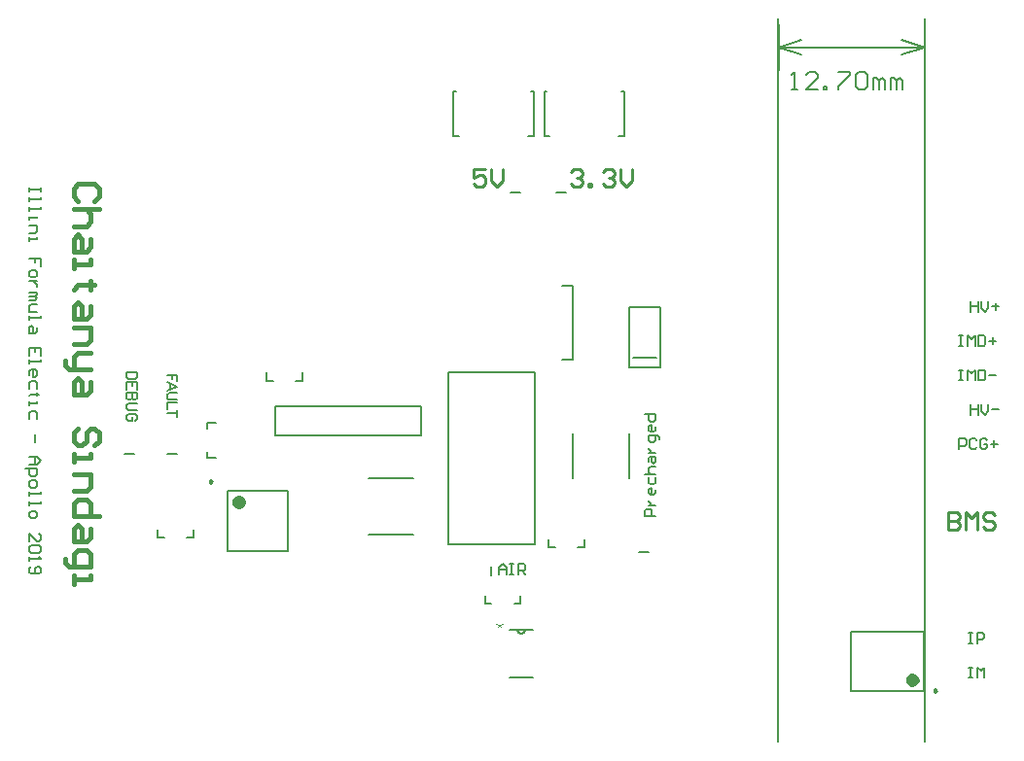
<source format=gto>
G04*
G04 #@! TF.GenerationSoftware,Altium Limited,Altium Designer,19.0.15 (446)*
G04*
G04 Layer_Color=65535*
%FSLAX25Y25*%
%MOIN*%
G70*
G01*
G75*
%ADD10C,0.02362*%
%ADD11C,0.00984*%
%ADD12C,0.00600*%
%ADD13C,0.00591*%
%ADD14C,0.00787*%
%ADD15C,0.00800*%
%ADD16C,0.00500*%
%ADD17C,0.01575*%
%ADD18C,0.01000*%
G36*
X-70863Y-82626D02*
X-70835Y-82640D01*
X-70806Y-82669D01*
X-70799Y-82676D01*
X-70784Y-82705D01*
X-70770Y-82748D01*
X-70763Y-82812D01*
Y-83773D01*
X-69852Y-83472D01*
X-69845Y-83465D01*
X-69817Y-83457D01*
X-69788Y-83450D01*
X-69752D01*
X-69731Y-83457D01*
X-69702Y-83465D01*
X-69666Y-83493D01*
X-69659Y-83500D01*
X-69644Y-83515D01*
X-69630Y-83551D01*
X-69623Y-83587D01*
Y-83594D01*
Y-83615D01*
X-69637Y-83644D01*
X-69652Y-83680D01*
X-69659Y-83687D01*
X-69673Y-83701D01*
X-69709Y-83715D01*
X-69766Y-83737D01*
X-70677Y-84038D01*
X-70118Y-84812D01*
X-70111Y-84827D01*
X-70089Y-84856D01*
X-70068Y-84899D01*
X-70060Y-84934D01*
Y-84942D01*
X-70068Y-84970D01*
X-70075Y-84999D01*
X-70103Y-85035D01*
X-70111Y-85042D01*
X-70132Y-85056D01*
X-70161Y-85071D01*
X-70204Y-85078D01*
X-70218D01*
X-70247Y-85063D01*
X-70290Y-85035D01*
X-70319Y-85013D01*
X-70340Y-84977D01*
X-70906Y-84203D01*
X-71473Y-84977D01*
Y-84985D01*
X-71487Y-84992D01*
X-71516Y-85028D01*
X-71559Y-85063D01*
X-71580Y-85071D01*
X-71609Y-85078D01*
X-71616D01*
X-71645Y-85071D01*
X-71674Y-85056D01*
X-71710Y-85035D01*
X-71717Y-85028D01*
X-71731Y-85006D01*
X-71745Y-84977D01*
X-71753Y-84934D01*
Y-84927D01*
X-71745Y-84906D01*
X-71731Y-84863D01*
X-71695Y-84812D01*
X-71129Y-84038D01*
X-72047Y-83730D01*
X-72061Y-83723D01*
X-72089Y-83715D01*
X-72132Y-83694D01*
X-72161Y-83672D01*
Y-83665D01*
X-72168Y-83651D01*
X-72176Y-83622D01*
X-72183Y-83587D01*
Y-83579D01*
X-72176Y-83551D01*
X-72168Y-83522D01*
X-72147Y-83493D01*
X-72140Y-83486D01*
X-72118Y-83472D01*
X-72089Y-83457D01*
X-72054Y-83450D01*
X-72025D01*
X-71996Y-83457D01*
X-71953Y-83472D01*
X-71043Y-83773D01*
Y-82812D01*
Y-82805D01*
Y-82798D01*
X-71035Y-82755D01*
X-71028Y-82712D01*
X-71007Y-82669D01*
X-71000Y-82661D01*
X-70978Y-82640D01*
X-70942Y-82626D01*
X-70899Y-82618D01*
X-70892D01*
X-70863Y-82626D01*
D02*
G37*
D10*
X71653Y-102756D02*
X71209Y-101832D01*
X70210Y-101604D01*
X69408Y-102243D01*
Y-103268D01*
X70210Y-103907D01*
X71209Y-103679D01*
X71653Y-102756D01*
X-159252Y-41732D02*
X-159697Y-40809D01*
X-160696Y-40581D01*
X-161497Y-41220D01*
Y-42245D01*
X-160696Y-42884D01*
X-159697Y-42656D01*
X-159252Y-41732D01*
D11*
X78740Y-106378D02*
X78002Y-105952D01*
Y-106804D01*
X78740Y-106378D01*
X-169587Y-34646D02*
X-170325Y-34220D01*
Y-35072D01*
X-169587Y-34646D01*
D12*
X-64783Y-85601D02*
X-64396Y-86435D01*
X-63533Y-86751D01*
X-62699Y-86364D01*
X-62383Y-85501D01*
X-67520D02*
X-63583D01*
X-67520Y-101901D02*
X-59646D01*
X-63583Y-85501D02*
X-59646D01*
X86614Y15410D02*
X87814D01*
X87214D01*
Y11811D01*
X86614D01*
X87814D01*
X89613D02*
Y15410D01*
X90813Y14210D01*
X92012Y15410D01*
Y11811D01*
X93212Y15410D02*
Y11811D01*
X95012D01*
X95611Y12411D01*
Y14810D01*
X95012Y15410D01*
X93212D01*
X96811Y13610D02*
X99210D01*
X98010Y14810D02*
Y12411D01*
X86614Y3599D02*
X87814D01*
X87214D01*
Y-0D01*
X86614D01*
X87814D01*
X89613D02*
Y3599D01*
X90813Y2399D01*
X92012Y3599D01*
Y-0D01*
X93212Y3599D02*
Y-0D01*
X95012D01*
X95611Y600D01*
Y2999D01*
X95012Y3599D01*
X93212D01*
X96811Y1799D02*
X99210D01*
X90551Y-8212D02*
Y-11811D01*
Y-10012D01*
X92950D01*
Y-8212D01*
Y-11811D01*
X94150Y-8212D02*
Y-10611D01*
X95350Y-11811D01*
X96549Y-10611D01*
Y-8212D01*
X97749Y-10012D02*
X100148D01*
X90551Y27221D02*
Y23622D01*
Y25422D01*
X92950D01*
Y27221D01*
Y23622D01*
X94150Y27221D02*
Y24822D01*
X95350Y23622D01*
X96549Y24822D01*
Y27221D01*
X97749Y25422D02*
X100148D01*
X98949Y26621D02*
Y24222D01*
X86614Y-23622D02*
Y-20023D01*
X88414D01*
X89013Y-20623D01*
Y-21823D01*
X88414Y-22422D01*
X86614D01*
X92612Y-20623D02*
X92012Y-20023D01*
X90813D01*
X90213Y-20623D01*
Y-23022D01*
X90813Y-23622D01*
X92012D01*
X92612Y-23022D01*
X96211Y-20623D02*
X95611Y-20023D01*
X94412D01*
X93812Y-20623D01*
Y-23022D01*
X94412Y-23622D01*
X95611D01*
X96211Y-23022D01*
Y-21823D01*
X95012D01*
X97411D02*
X99810D01*
X98610Y-20623D02*
Y-23022D01*
X-181440Y1969D02*
X-185039D01*
X-181440D02*
Y-260D01*
X-183154Y1969D02*
Y597D01*
X-185039Y-3413D02*
X-181440Y-2042D01*
X-185039Y-671D01*
X-183840Y-1185D02*
Y-2899D01*
X-181440Y-4253D02*
X-184011D01*
X-184525Y-4424D01*
X-184868Y-4767D01*
X-185039Y-5281D01*
Y-5624D01*
X-184868Y-6138D01*
X-184525Y-6481D01*
X-184011Y-6652D01*
X-181440D01*
Y-7647D02*
X-185039D01*
Y-9703D01*
X-181440Y-11297D02*
X-185039D01*
X-181440Y-10097D02*
Y-12497D01*
X-195220Y2953D02*
X-198819D01*
Y1153D01*
X-198219Y554D01*
X-195820D01*
X-195220Y1153D01*
Y2953D01*
Y-3045D02*
Y-646D01*
X-198819D01*
Y-3045D01*
X-197020Y-646D02*
Y-1846D01*
X-195220Y-4245D02*
X-198819D01*
Y-6044D01*
X-198219Y-6644D01*
X-197619D01*
X-197020Y-6044D01*
Y-4245D01*
Y-6044D01*
X-196420Y-6644D01*
X-195820D01*
X-195220Y-6044D01*
Y-4245D01*
Y-7844D02*
X-198219D01*
X-198819Y-8444D01*
Y-9643D01*
X-198219Y-10243D01*
X-195220D01*
X-195820Y-13842D02*
X-195220Y-13242D01*
Y-12042D01*
X-195820Y-11443D01*
X-198219D01*
X-198819Y-12042D01*
Y-13242D01*
X-198219Y-13842D01*
X-197020D01*
Y-12642D01*
X89764Y-98370D02*
X90963D01*
X90364D01*
Y-101969D01*
X89764D01*
X90963D01*
X92763D02*
Y-98370D01*
X93962Y-99569D01*
X95162Y-98370D01*
Y-101969D01*
X89764Y-86559D02*
X90963D01*
X90364D01*
Y-90158D01*
X89764D01*
X90963D01*
X92763D02*
Y-86559D01*
X94562D01*
X95162Y-87159D01*
Y-88358D01*
X94562Y-88958D01*
X92763D01*
X-17520Y-46457D02*
X-21118D01*
Y-44657D01*
X-20519Y-44058D01*
X-19319D01*
X-18719Y-44657D01*
Y-46457D01*
X-19919Y-42858D02*
X-17520D01*
X-18719D01*
X-19319Y-42258D01*
X-19919Y-41658D01*
Y-41058D01*
X-17520Y-37460D02*
Y-38659D01*
X-18120Y-39259D01*
X-19319D01*
X-19919Y-38659D01*
Y-37460D01*
X-19319Y-36860D01*
X-18719D01*
Y-39259D01*
X-19919Y-33261D02*
Y-35060D01*
X-19319Y-35660D01*
X-18120D01*
X-17520Y-35060D01*
Y-33261D01*
X-21118Y-32061D02*
X-17520D01*
X-19319D01*
X-19919Y-31462D01*
Y-30262D01*
X-19319Y-29662D01*
X-17520D01*
X-19919Y-27863D02*
Y-26663D01*
X-19319Y-26063D01*
X-17520D01*
Y-27863D01*
X-18120Y-28462D01*
X-18719Y-27863D01*
Y-26063D01*
X-19919Y-24864D02*
X-17520D01*
X-18719D01*
X-19319Y-24264D01*
X-19919Y-23664D01*
Y-23064D01*
X-16320Y-20065D02*
Y-19465D01*
X-16920Y-18866D01*
X-19919D01*
Y-20665D01*
X-19319Y-21265D01*
X-18120D01*
X-17520Y-20665D01*
Y-18866D01*
Y-15867D02*
Y-17066D01*
X-18120Y-17666D01*
X-19319D01*
X-19919Y-17066D01*
Y-15867D01*
X-19319Y-15267D01*
X-18719D01*
Y-17666D01*
X-21118Y-11668D02*
X-17520D01*
Y-13467D01*
X-18120Y-14067D01*
X-19319D01*
X-19919Y-13467D01*
Y-11668D01*
X-71063Y-66535D02*
Y-64136D01*
X-69863Y-62937D01*
X-68664Y-64136D01*
Y-66535D01*
Y-64736D01*
X-71063D01*
X-67464Y-62937D02*
X-66264D01*
X-66864D01*
Y-66535D01*
X-67464D01*
X-66264D01*
X-64465D02*
Y-62937D01*
X-62666D01*
X-62066Y-63536D01*
Y-64736D01*
X-62666Y-65336D01*
X-64465D01*
X-63266D02*
X-62066Y-66535D01*
X29111Y99875D02*
X31110D01*
X30111D01*
Y105874D01*
X29111Y104874D01*
X38108Y99875D02*
X34109D01*
X38108Y103874D01*
Y104874D01*
X37108Y105874D01*
X35109D01*
X34109Y104874D01*
X40107Y99875D02*
Y100875D01*
X41107D01*
Y99875D01*
X40107D01*
X45106Y105874D02*
X49104D01*
Y104874D01*
X45106Y100875D01*
Y99875D01*
X51104Y104874D02*
X52103Y105874D01*
X54103D01*
X55102Y104874D01*
Y100875D01*
X54103Y99875D01*
X52103D01*
X51104Y100875D01*
Y104874D01*
X57102Y99875D02*
Y103874D01*
X58101D01*
X59101Y102875D01*
Y99875D01*
Y102875D01*
X60101Y103874D01*
X61101Y102875D01*
Y99875D01*
X63100D02*
Y103874D01*
X64100D01*
X65099Y102875D01*
Y99875D01*
Y102875D01*
X66099Y103874D01*
X67099Y102875D01*
Y99875D01*
D13*
X-199484Y-25185D02*
X-196335D01*
X-188189Y-53996D02*
Y-51181D01*
Y-53996D02*
X-186024D01*
X-178150D02*
X-175984D01*
Y-51181D01*
X-75984Y-76634D02*
Y-73819D01*
Y-76634D02*
X-73819D01*
X-65945D02*
X-63779D01*
Y-73819D01*
X-184721Y-25185D02*
X-181571D01*
X-171122Y-14370D02*
X-168307D01*
X-171122Y-16535D02*
Y-14370D01*
Y-26575D02*
Y-24409D01*
Y-26575D02*
X-168307D01*
X-150787Y-59D02*
Y2756D01*
Y-59D02*
X-148622D01*
X-140748D02*
X-138583D01*
Y2756D01*
X-98032Y-18779D02*
Y-8779D01*
X-148031Y-18779D02*
X-98032D01*
X-148031D02*
Y-8779D01*
X-98032D01*
X-15933Y4528D02*
Y25000D01*
X-26563Y4528D02*
X-15933D01*
X-26563D02*
Y25000D01*
X-15933D01*
X-25185Y7874D02*
X-17311D01*
X-73831Y-67004D02*
Y-63854D01*
X-54134Y-57342D02*
Y-54528D01*
Y-57342D02*
X-51968D01*
X-44094D02*
X-41929D01*
Y-54528D01*
X-26575Y-33661D02*
Y-18307D01*
X-45866Y-33661D02*
Y-18307D01*
X-23106Y-58768D02*
X-19957D01*
X24409Y124016D02*
X24409Y-123721D01*
X74803Y-124016D02*
Y124016D01*
X-115945Y-52953D02*
X-100591D01*
X-115945Y-33661D02*
X-100591D01*
X-67201Y64579D02*
X-64051D01*
X-86811Y99016D02*
X-85827D01*
X-86811Y83661D02*
Y99016D01*
Y83661D02*
X-84842D01*
X-60236Y99016D02*
X-59252D01*
Y83661D02*
Y99016D01*
X-61221Y83661D02*
X-59252D01*
X-51453Y64579D02*
X-48303D01*
X-55709Y99016D02*
X-54724D01*
X-55709Y83661D02*
Y99016D01*
Y83661D02*
X-53740D01*
X-29134Y99016D02*
X-28150D01*
Y83661D02*
Y99016D01*
X-30118Y83661D02*
X-28150D01*
D14*
X49606Y-86221D02*
X74410D01*
X49606Y-106693D02*
X74410D01*
X49606D02*
Y-86221D01*
X74410Y-106693D02*
Y-86221D01*
X-164370Y-58661D02*
Y-37795D01*
X-143504Y-58661D02*
Y-37795D01*
X-164370D02*
X-143504D01*
X-164370Y-58661D02*
X-143504D01*
X66831Y111647D02*
X74705Y114272D01*
X66831Y116896D02*
X74705Y114272D01*
X24705D02*
X32579Y116896D01*
X24705Y114272D02*
X32579Y111647D01*
X49705Y114272D02*
X74705D01*
X24705D02*
X49705D01*
X74705Y106398D02*
Y122146D01*
X24705Y106398D02*
Y122146D01*
X-228217Y66142D02*
Y64830D01*
Y65486D01*
X-232153D01*
Y66142D01*
Y64830D01*
Y62862D02*
Y61550D01*
Y62206D01*
X-228217D01*
Y62862D01*
X-232153Y59582D02*
Y58270D01*
Y58926D01*
X-228217D01*
Y59582D01*
X-232153Y56302D02*
Y54991D01*
Y55646D01*
X-229529D01*
Y56302D01*
X-232153Y53023D02*
X-229529D01*
Y51055D01*
X-230185Y50399D01*
X-232153D01*
Y49087D02*
Y47775D01*
Y48431D01*
X-229529D01*
Y49087D01*
X-228217Y39248D02*
Y41871D01*
X-230185D01*
Y40559D01*
Y41871D01*
X-232153D01*
Y37280D02*
Y35968D01*
X-231497Y35312D01*
X-230185D01*
X-229529Y35968D01*
Y37280D01*
X-230185Y37936D01*
X-231497D01*
X-232153Y37280D01*
X-229529Y34000D02*
X-232153D01*
X-230841D01*
X-230185Y33344D01*
X-229529Y32688D01*
Y32032D01*
X-232153Y30064D02*
X-229529D01*
Y29408D01*
X-230185Y28752D01*
X-232153D01*
X-230185D01*
X-229529Y28096D01*
X-230185Y27440D01*
X-232153D01*
X-229529Y26128D02*
X-231497D01*
X-232153Y25472D01*
Y23505D01*
X-229529D01*
X-232153Y22193D02*
Y20881D01*
Y21537D01*
X-228217D01*
Y22193D01*
X-229529Y18257D02*
Y16945D01*
X-230185Y16289D01*
X-232153D01*
Y18257D01*
X-231497Y18913D01*
X-230841Y18257D01*
Y16289D01*
X-228217Y8418D02*
Y11041D01*
X-232153D01*
Y8418D01*
X-230185Y11041D02*
Y9730D01*
X-232153Y7106D02*
Y5794D01*
Y6450D01*
X-228217D01*
Y7106D01*
X-232153Y1858D02*
Y3170D01*
X-231497Y3826D01*
X-230185D01*
X-229529Y3170D01*
Y1858D01*
X-230185Y1202D01*
X-230841D01*
Y3826D01*
X-229529Y-2734D02*
Y-766D01*
X-230185Y-110D01*
X-231497D01*
X-232153Y-766D01*
Y-2734D01*
X-228873Y-4702D02*
X-229529D01*
Y-4046D01*
Y-5358D01*
Y-4702D01*
X-231497D01*
X-232153Y-5358D01*
Y-7325D02*
Y-8637D01*
Y-7981D01*
X-229529D01*
Y-7325D01*
Y-13229D02*
Y-11261D01*
X-230185Y-10605D01*
X-231497D01*
X-232153Y-11261D01*
Y-13229D01*
X-230185Y-18477D02*
Y-21101D01*
X-232153Y-26348D02*
X-229529D01*
X-228217Y-27660D01*
X-229529Y-28972D01*
X-232153D01*
X-230185D01*
Y-26348D01*
X-233465Y-30284D02*
X-229529D01*
Y-32252D01*
X-230185Y-32908D01*
X-231497D01*
X-232153Y-32252D01*
Y-30284D01*
Y-34876D02*
Y-36187D01*
X-231497Y-36843D01*
X-230185D01*
X-229529Y-36187D01*
Y-34876D01*
X-230185Y-34220D01*
X-231497D01*
X-232153Y-34876D01*
Y-38155D02*
Y-39467D01*
Y-38811D01*
X-228217D01*
Y-38155D01*
X-232153Y-41435D02*
Y-42747D01*
Y-42091D01*
X-228217D01*
Y-41435D01*
X-232153Y-45371D02*
Y-46683D01*
X-231497Y-47339D01*
X-230185D01*
X-229529Y-46683D01*
Y-45371D01*
X-230185Y-44715D01*
X-231497D01*
X-232153Y-45371D01*
Y-55210D02*
Y-52586D01*
X-229529Y-55210D01*
X-228873D01*
X-228217Y-54554D01*
Y-53242D01*
X-228873Y-52586D01*
Y-56522D02*
X-228217Y-57178D01*
Y-58490D01*
X-228873Y-59146D01*
X-231497D01*
X-232153Y-58490D01*
Y-57178D01*
X-231497Y-56522D01*
X-228873D01*
X-232153Y-60458D02*
Y-61770D01*
Y-61114D01*
X-228217D01*
X-228873Y-60458D01*
X-231497Y-63738D02*
X-232153Y-64394D01*
Y-65706D01*
X-231497Y-66361D01*
X-228873D01*
X-228217Y-65706D01*
Y-64394D01*
X-228873Y-63738D01*
X-229529D01*
X-230185Y-64394D01*
Y-66361D01*
D15*
X-45945Y7004D02*
Y32594D01*
X-49444D02*
X-45944Y32594D01*
X-49444Y7004D02*
X-45944Y7003D01*
D16*
X-58897Y-56182D02*
Y2874D01*
X-88425Y-56182D02*
X-58897D01*
X-88425D02*
Y2874D01*
X-58897D01*
D17*
X-209780Y61550D02*
X-208337Y62994D01*
Y65880D01*
X-209780Y67323D01*
X-215553D01*
X-216996Y65880D01*
Y62994D01*
X-215553Y61550D01*
X-208337Y58664D02*
X-216996D01*
X-212666D01*
X-211223Y57221D01*
Y54335D01*
X-212666Y52892D01*
X-216996D01*
X-211223Y48562D02*
Y45676D01*
X-212666Y44233D01*
X-216996D01*
Y48562D01*
X-215553Y50006D01*
X-214109Y48562D01*
Y44233D01*
X-216996Y41347D02*
Y38461D01*
Y39904D01*
X-211223D01*
Y41347D01*
X-209780Y32688D02*
X-211223D01*
Y34132D01*
Y31245D01*
Y32688D01*
X-215553D01*
X-216996Y31245D01*
X-211223Y25473D02*
Y22587D01*
X-212666Y21144D01*
X-216996D01*
Y25473D01*
X-215553Y26916D01*
X-214109Y25473D01*
Y21144D01*
X-216996Y18257D02*
X-211223D01*
Y13928D01*
X-212666Y12485D01*
X-216996D01*
X-211223Y9599D02*
X-215553D01*
X-216996Y8156D01*
Y3826D01*
X-218439D01*
X-219882Y5269D01*
Y6713D01*
X-216996Y3826D02*
X-211223D01*
Y-503D02*
Y-3389D01*
X-212666Y-4832D01*
X-216996D01*
Y-503D01*
X-215553Y940D01*
X-214109Y-503D01*
Y-4832D01*
X-209780Y-22150D02*
X-208337Y-20707D01*
Y-17820D01*
X-209780Y-16377D01*
X-211223D01*
X-212666Y-17820D01*
Y-20707D01*
X-214109Y-22150D01*
X-215553D01*
X-216996Y-20707D01*
Y-17820D01*
X-215553Y-16377D01*
X-216996Y-25036D02*
Y-27922D01*
Y-26479D01*
X-211223D01*
Y-25036D01*
X-216996Y-32251D02*
X-211223D01*
Y-36581D01*
X-212666Y-38024D01*
X-216996D01*
X-208337Y-46682D02*
X-216996D01*
Y-42353D01*
X-215553Y-40910D01*
X-212666D01*
X-211223Y-42353D01*
Y-46682D01*
Y-51012D02*
Y-53898D01*
X-212666Y-55341D01*
X-216996D01*
Y-51012D01*
X-215553Y-49569D01*
X-214109Y-51012D01*
Y-55341D01*
X-219882Y-61113D02*
Y-62556D01*
X-218439Y-64000D01*
X-211223D01*
Y-59670D01*
X-212666Y-58227D01*
X-215553D01*
X-216996Y-59670D01*
Y-64000D01*
Y-66886D02*
Y-69772D01*
Y-68329D01*
X-211223D01*
Y-66886D01*
D18*
X82677Y-45183D02*
Y-51181D01*
X85676D01*
X86676Y-50181D01*
Y-49182D01*
X85676Y-48182D01*
X82677D01*
X85676D01*
X86676Y-47182D01*
Y-46183D01*
X85676Y-45183D01*
X82677D01*
X88675Y-51181D02*
Y-45183D01*
X90675Y-47182D01*
X92674Y-45183D01*
Y-51181D01*
X98672Y-46183D02*
X97672Y-45183D01*
X95673D01*
X94673Y-46183D01*
Y-47182D01*
X95673Y-48182D01*
X97672D01*
X98672Y-49182D01*
Y-50181D01*
X97672Y-51181D01*
X95673D01*
X94673Y-50181D01*
X-46654Y71534D02*
X-45654Y72534D01*
X-43655D01*
X-42655Y71534D01*
Y70534D01*
X-43655Y69534D01*
X-44654D01*
X-43655D01*
X-42655Y68535D01*
Y67535D01*
X-43655Y66535D01*
X-45654D01*
X-46654Y67535D01*
X-40655Y66535D02*
Y67535D01*
X-39656D01*
Y66535D01*
X-40655D01*
X-35657Y71534D02*
X-34657Y72534D01*
X-32658D01*
X-31658Y71534D01*
Y70534D01*
X-32658Y69534D01*
X-33658D01*
X-32658D01*
X-31658Y68535D01*
Y67535D01*
X-32658Y66535D01*
X-34657D01*
X-35657Y67535D01*
X-29659Y72534D02*
Y68535D01*
X-27660Y66535D01*
X-25660Y68535D01*
Y72534D01*
X-75726D02*
X-79724D01*
Y69534D01*
X-77725Y70534D01*
X-76725D01*
X-75726Y69534D01*
Y67535D01*
X-76725Y66535D01*
X-78725D01*
X-79724Y67535D01*
X-73726Y72534D02*
Y68535D01*
X-71727Y66535D01*
X-69728Y68535D01*
Y72534D01*
M02*

</source>
